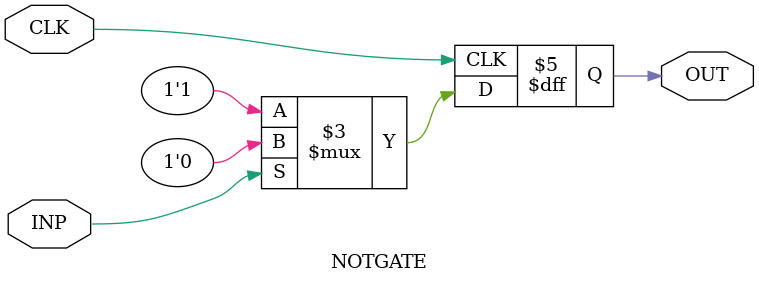
<source format=v>
module	NOTGATE	(INP,OUT,CLK);
input  INP;
input CLK;
output reg OUT;
always@(posedge CLK)
begin
OUT<=0;
if(INP==0)
begin
OUT<=1;
end
end
endmodule
</source>
